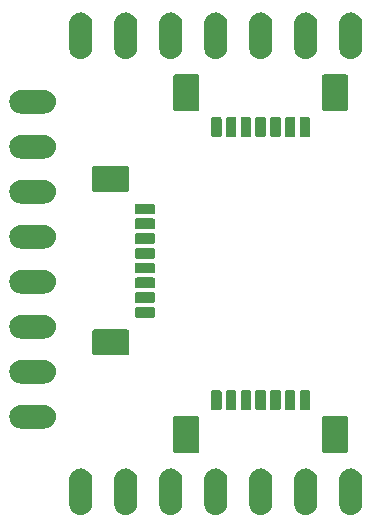
<source format=gbr>
G04 #@! TF.GenerationSoftware,KiCad,Pcbnew,5.1.5-5.1.5*
G04 #@! TF.CreationDate,2020-09-02T20:46:33-05:00*
G04 #@! TF.ProjectId,74HC597-Breakout,37344843-3539-4372-9d42-7265616b6f75,rev?*
G04 #@! TF.SameCoordinates,Original*
G04 #@! TF.FileFunction,Soldermask,Bot*
G04 #@! TF.FilePolarity,Negative*
%FSLAX46Y46*%
G04 Gerber Fmt 4.6, Leading zero omitted, Abs format (unit mm)*
G04 Created by KiCad (PCBNEW 5.1.5-5.1.5) date 2020-09-02 20:46:33*
%MOMM*%
%LPD*%
G04 APERTURE LIST*
%ADD10C,0.100000*%
G04 APERTURE END LIST*
D10*
G36*
X132784719Y-132678520D02*
G01*
X132973880Y-132735901D01*
X132973883Y-132735902D01*
X133066333Y-132785318D01*
X133148212Y-132829083D01*
X133301015Y-132954485D01*
X133426417Y-133107288D01*
X133519599Y-133281619D01*
X133576980Y-133470780D01*
X133591500Y-133618206D01*
X133591500Y-135621794D01*
X133576980Y-135769220D01*
X133519599Y-135958381D01*
X133426417Y-136132712D01*
X133301015Y-136285515D01*
X133148212Y-136410917D01*
X132973881Y-136504099D01*
X132784720Y-136561480D01*
X132588000Y-136580855D01*
X132391281Y-136561480D01*
X132202120Y-136504099D01*
X132027789Y-136410917D01*
X131874986Y-136285515D01*
X131749584Y-136132712D01*
X131656402Y-135958381D01*
X131599021Y-135769220D01*
X131584501Y-135621794D01*
X131584500Y-133618207D01*
X131599020Y-133470781D01*
X131656401Y-133281620D01*
X131656402Y-133281617D01*
X131705818Y-133189167D01*
X131749583Y-133107288D01*
X131874985Y-132954485D01*
X132027788Y-132829083D01*
X132202119Y-132735901D01*
X132391280Y-132678520D01*
X132588000Y-132659145D01*
X132784719Y-132678520D01*
G37*
G36*
X136594719Y-132678520D02*
G01*
X136783880Y-132735901D01*
X136783883Y-132735902D01*
X136876333Y-132785318D01*
X136958212Y-132829083D01*
X137111015Y-132954485D01*
X137236417Y-133107288D01*
X137329599Y-133281619D01*
X137386980Y-133470780D01*
X137401500Y-133618206D01*
X137401500Y-135621794D01*
X137386980Y-135769220D01*
X137329599Y-135958381D01*
X137236417Y-136132712D01*
X137111015Y-136285515D01*
X136958212Y-136410917D01*
X136783881Y-136504099D01*
X136594720Y-136561480D01*
X136398000Y-136580855D01*
X136201281Y-136561480D01*
X136012120Y-136504099D01*
X135837789Y-136410917D01*
X135684986Y-136285515D01*
X135559584Y-136132712D01*
X135466402Y-135958381D01*
X135409021Y-135769220D01*
X135394501Y-135621794D01*
X135394500Y-133618207D01*
X135409020Y-133470781D01*
X135466401Y-133281620D01*
X135466402Y-133281617D01*
X135515818Y-133189167D01*
X135559583Y-133107288D01*
X135684985Y-132954485D01*
X135837788Y-132829083D01*
X136012119Y-132735901D01*
X136201280Y-132678520D01*
X136398000Y-132659145D01*
X136594719Y-132678520D01*
G37*
G36*
X140404719Y-132678520D02*
G01*
X140593880Y-132735901D01*
X140593883Y-132735902D01*
X140686333Y-132785318D01*
X140768212Y-132829083D01*
X140921015Y-132954485D01*
X141046417Y-133107288D01*
X141139599Y-133281619D01*
X141196980Y-133470780D01*
X141211500Y-133618206D01*
X141211500Y-135621794D01*
X141196980Y-135769220D01*
X141139599Y-135958381D01*
X141046417Y-136132712D01*
X140921015Y-136285515D01*
X140768212Y-136410917D01*
X140593881Y-136504099D01*
X140404720Y-136561480D01*
X140208000Y-136580855D01*
X140011281Y-136561480D01*
X139822120Y-136504099D01*
X139647789Y-136410917D01*
X139494986Y-136285515D01*
X139369584Y-136132712D01*
X139276402Y-135958381D01*
X139219021Y-135769220D01*
X139204501Y-135621794D01*
X139204500Y-133618207D01*
X139219020Y-133470781D01*
X139276401Y-133281620D01*
X139276402Y-133281617D01*
X139325818Y-133189167D01*
X139369583Y-133107288D01*
X139494985Y-132954485D01*
X139647788Y-132829083D01*
X139822119Y-132735901D01*
X140011280Y-132678520D01*
X140208000Y-132659145D01*
X140404719Y-132678520D01*
G37*
G36*
X144214719Y-132678520D02*
G01*
X144403880Y-132735901D01*
X144403883Y-132735902D01*
X144496333Y-132785318D01*
X144578212Y-132829083D01*
X144731015Y-132954485D01*
X144856417Y-133107288D01*
X144949599Y-133281619D01*
X145006980Y-133470780D01*
X145021500Y-133618206D01*
X145021500Y-135621794D01*
X145006980Y-135769220D01*
X144949599Y-135958381D01*
X144856417Y-136132712D01*
X144731015Y-136285515D01*
X144578212Y-136410917D01*
X144403881Y-136504099D01*
X144214720Y-136561480D01*
X144018000Y-136580855D01*
X143821281Y-136561480D01*
X143632120Y-136504099D01*
X143457789Y-136410917D01*
X143304986Y-136285515D01*
X143179584Y-136132712D01*
X143086402Y-135958381D01*
X143029021Y-135769220D01*
X143014501Y-135621794D01*
X143014500Y-133618207D01*
X143029020Y-133470781D01*
X143086401Y-133281620D01*
X143086402Y-133281617D01*
X143135818Y-133189167D01*
X143179583Y-133107288D01*
X143304985Y-132954485D01*
X143457788Y-132829083D01*
X143632119Y-132735901D01*
X143821280Y-132678520D01*
X144018000Y-132659145D01*
X144214719Y-132678520D01*
G37*
G36*
X151834719Y-132678520D02*
G01*
X152023880Y-132735901D01*
X152023883Y-132735902D01*
X152116333Y-132785318D01*
X152198212Y-132829083D01*
X152351015Y-132954485D01*
X152476417Y-133107288D01*
X152569599Y-133281619D01*
X152626980Y-133470780D01*
X152641500Y-133618206D01*
X152641500Y-135621794D01*
X152626980Y-135769220D01*
X152569599Y-135958381D01*
X152476417Y-136132712D01*
X152351015Y-136285515D01*
X152198212Y-136410917D01*
X152023881Y-136504099D01*
X151834720Y-136561480D01*
X151638000Y-136580855D01*
X151441281Y-136561480D01*
X151252120Y-136504099D01*
X151077789Y-136410917D01*
X150924986Y-136285515D01*
X150799584Y-136132712D01*
X150706402Y-135958381D01*
X150649021Y-135769220D01*
X150634501Y-135621794D01*
X150634500Y-133618207D01*
X150649020Y-133470781D01*
X150706401Y-133281620D01*
X150706402Y-133281617D01*
X150755818Y-133189167D01*
X150799583Y-133107288D01*
X150924985Y-132954485D01*
X151077788Y-132829083D01*
X151252119Y-132735901D01*
X151441280Y-132678520D01*
X151638000Y-132659145D01*
X151834719Y-132678520D01*
G37*
G36*
X155644719Y-132678520D02*
G01*
X155833880Y-132735901D01*
X155833883Y-132735902D01*
X155926333Y-132785318D01*
X156008212Y-132829083D01*
X156161015Y-132954485D01*
X156286417Y-133107288D01*
X156379599Y-133281619D01*
X156436980Y-133470780D01*
X156451500Y-133618206D01*
X156451500Y-135621794D01*
X156436980Y-135769220D01*
X156379599Y-135958381D01*
X156286417Y-136132712D01*
X156161015Y-136285515D01*
X156008212Y-136410917D01*
X155833881Y-136504099D01*
X155644720Y-136561480D01*
X155448000Y-136580855D01*
X155251281Y-136561480D01*
X155062120Y-136504099D01*
X154887789Y-136410917D01*
X154734986Y-136285515D01*
X154609584Y-136132712D01*
X154516402Y-135958381D01*
X154459021Y-135769220D01*
X154444501Y-135621794D01*
X154444500Y-133618207D01*
X154459020Y-133470781D01*
X154516401Y-133281620D01*
X154516402Y-133281617D01*
X154565818Y-133189167D01*
X154609583Y-133107288D01*
X154734985Y-132954485D01*
X154887788Y-132829083D01*
X155062119Y-132735901D01*
X155251280Y-132678520D01*
X155448000Y-132659145D01*
X155644719Y-132678520D01*
G37*
G36*
X148024719Y-132678520D02*
G01*
X148213880Y-132735901D01*
X148213883Y-132735902D01*
X148306333Y-132785318D01*
X148388212Y-132829083D01*
X148541015Y-132954485D01*
X148666417Y-133107288D01*
X148759599Y-133281619D01*
X148816980Y-133470780D01*
X148831500Y-133618206D01*
X148831500Y-135621794D01*
X148816980Y-135769220D01*
X148759599Y-135958381D01*
X148666417Y-136132712D01*
X148541015Y-136285515D01*
X148388212Y-136410917D01*
X148213881Y-136504099D01*
X148024720Y-136561480D01*
X147828000Y-136580855D01*
X147631281Y-136561480D01*
X147442120Y-136504099D01*
X147267789Y-136410917D01*
X147114986Y-136285515D01*
X146989584Y-136132712D01*
X146896402Y-135958381D01*
X146839021Y-135769220D01*
X146824501Y-135621794D01*
X146824500Y-133618207D01*
X146839020Y-133470781D01*
X146896401Y-133281620D01*
X146896402Y-133281617D01*
X146945818Y-133189167D01*
X146989583Y-133107288D01*
X147114985Y-132954485D01*
X147267788Y-132829083D01*
X147442119Y-132735901D01*
X147631280Y-132678520D01*
X147828000Y-132659145D01*
X148024719Y-132678520D01*
G37*
G36*
X155094536Y-128238800D02*
G01*
X155125738Y-128248265D01*
X155154486Y-128263631D01*
X155179687Y-128284313D01*
X155200369Y-128309514D01*
X155215735Y-128338262D01*
X155225200Y-128369464D01*
X155229000Y-128408046D01*
X155229000Y-131163954D01*
X155225200Y-131202536D01*
X155215735Y-131233738D01*
X155200369Y-131262486D01*
X155179687Y-131287687D01*
X155154486Y-131308369D01*
X155125738Y-131323735D01*
X155094536Y-131333200D01*
X155055954Y-131337000D01*
X153200046Y-131337000D01*
X153161464Y-131333200D01*
X153130262Y-131323735D01*
X153101514Y-131308369D01*
X153076313Y-131287687D01*
X153055631Y-131262486D01*
X153040265Y-131233738D01*
X153030800Y-131202536D01*
X153027000Y-131163954D01*
X153027000Y-128408046D01*
X153030800Y-128369464D01*
X153040265Y-128338262D01*
X153055631Y-128309514D01*
X153076313Y-128284313D01*
X153101514Y-128263631D01*
X153130262Y-128248265D01*
X153161464Y-128238800D01*
X153200046Y-128235000D01*
X155055954Y-128235000D01*
X155094536Y-128238800D01*
G37*
G36*
X142494536Y-128238800D02*
G01*
X142525738Y-128248265D01*
X142554486Y-128263631D01*
X142579687Y-128284313D01*
X142600369Y-128309514D01*
X142615735Y-128338262D01*
X142625200Y-128369464D01*
X142629000Y-128408046D01*
X142629000Y-131163954D01*
X142625200Y-131202536D01*
X142615735Y-131233738D01*
X142600369Y-131262486D01*
X142579687Y-131287687D01*
X142554486Y-131308369D01*
X142525738Y-131323735D01*
X142494536Y-131333200D01*
X142455954Y-131337000D01*
X140600046Y-131337000D01*
X140561464Y-131333200D01*
X140530262Y-131323735D01*
X140501514Y-131308369D01*
X140476313Y-131287687D01*
X140455631Y-131262486D01*
X140440265Y-131233738D01*
X140430800Y-131202536D01*
X140427000Y-131163954D01*
X140427000Y-128408046D01*
X140430800Y-128369464D01*
X140440265Y-128338262D01*
X140455631Y-128309514D01*
X140476313Y-128284313D01*
X140501514Y-128263631D01*
X140530262Y-128248265D01*
X140561464Y-128238800D01*
X140600046Y-128235000D01*
X142455954Y-128235000D01*
X142494536Y-128238800D01*
G37*
G36*
X129574936Y-127271340D02*
G01*
X129673220Y-127281020D01*
X129862381Y-127338401D01*
X130036712Y-127431583D01*
X130189515Y-127556985D01*
X130314917Y-127709788D01*
X130408099Y-127884119D01*
X130465480Y-128073280D01*
X130484855Y-128270000D01*
X130465480Y-128466720D01*
X130408099Y-128655881D01*
X130314917Y-128830212D01*
X130189515Y-128983015D01*
X130036712Y-129108417D01*
X129862381Y-129201599D01*
X129673220Y-129258980D01*
X129574936Y-129268660D01*
X129525795Y-129273500D01*
X127522205Y-129273500D01*
X127473064Y-129268660D01*
X127374780Y-129258980D01*
X127185619Y-129201599D01*
X127011288Y-129108417D01*
X126858485Y-128983015D01*
X126733083Y-128830212D01*
X126639901Y-128655881D01*
X126582520Y-128466720D01*
X126563145Y-128270000D01*
X126582520Y-128073280D01*
X126639901Y-127884119D01*
X126733083Y-127709788D01*
X126858485Y-127556985D01*
X127011288Y-127431583D01*
X127185619Y-127338401D01*
X127374780Y-127281020D01*
X127473064Y-127271340D01*
X127522205Y-127266500D01*
X129525795Y-127266500D01*
X129574936Y-127271340D01*
G37*
G36*
X145647683Y-126038725D02*
G01*
X145678143Y-126047966D01*
X145706223Y-126062974D01*
X145730831Y-126083169D01*
X145751026Y-126107777D01*
X145766034Y-126135857D01*
X145775275Y-126166317D01*
X145779000Y-126204140D01*
X145779000Y-127567860D01*
X145775275Y-127605683D01*
X145766034Y-127636143D01*
X145751026Y-127664223D01*
X145730831Y-127688831D01*
X145706223Y-127709026D01*
X145678143Y-127724034D01*
X145647683Y-127733275D01*
X145609860Y-127737000D01*
X145046140Y-127737000D01*
X145008317Y-127733275D01*
X144977857Y-127724034D01*
X144949777Y-127709026D01*
X144925169Y-127688831D01*
X144904974Y-127664223D01*
X144889966Y-127636143D01*
X144880725Y-127605683D01*
X144877000Y-127567860D01*
X144877000Y-126204140D01*
X144880725Y-126166317D01*
X144889966Y-126135857D01*
X144904974Y-126107777D01*
X144925169Y-126083169D01*
X144949777Y-126062974D01*
X144977857Y-126047966D01*
X145008317Y-126038725D01*
X145046140Y-126035000D01*
X145609860Y-126035000D01*
X145647683Y-126038725D01*
G37*
G36*
X144397683Y-126038725D02*
G01*
X144428143Y-126047966D01*
X144456223Y-126062974D01*
X144480831Y-126083169D01*
X144501026Y-126107777D01*
X144516034Y-126135857D01*
X144525275Y-126166317D01*
X144529000Y-126204140D01*
X144529000Y-127567860D01*
X144525275Y-127605683D01*
X144516034Y-127636143D01*
X144501026Y-127664223D01*
X144480831Y-127688831D01*
X144456223Y-127709026D01*
X144428143Y-127724034D01*
X144397683Y-127733275D01*
X144359860Y-127737000D01*
X143796140Y-127737000D01*
X143758317Y-127733275D01*
X143727857Y-127724034D01*
X143699777Y-127709026D01*
X143675169Y-127688831D01*
X143654974Y-127664223D01*
X143639966Y-127636143D01*
X143630725Y-127605683D01*
X143627000Y-127567860D01*
X143627000Y-126204140D01*
X143630725Y-126166317D01*
X143639966Y-126135857D01*
X143654974Y-126107777D01*
X143675169Y-126083169D01*
X143699777Y-126062974D01*
X143727857Y-126047966D01*
X143758317Y-126038725D01*
X143796140Y-126035000D01*
X144359860Y-126035000D01*
X144397683Y-126038725D01*
G37*
G36*
X146897683Y-126038725D02*
G01*
X146928143Y-126047966D01*
X146956223Y-126062974D01*
X146980831Y-126083169D01*
X147001026Y-126107777D01*
X147016034Y-126135857D01*
X147025275Y-126166317D01*
X147029000Y-126204140D01*
X147029000Y-127567860D01*
X147025275Y-127605683D01*
X147016034Y-127636143D01*
X147001026Y-127664223D01*
X146980831Y-127688831D01*
X146956223Y-127709026D01*
X146928143Y-127724034D01*
X146897683Y-127733275D01*
X146859860Y-127737000D01*
X146296140Y-127737000D01*
X146258317Y-127733275D01*
X146227857Y-127724034D01*
X146199777Y-127709026D01*
X146175169Y-127688831D01*
X146154974Y-127664223D01*
X146139966Y-127636143D01*
X146130725Y-127605683D01*
X146127000Y-127567860D01*
X146127000Y-126204140D01*
X146130725Y-126166317D01*
X146139966Y-126135857D01*
X146154974Y-126107777D01*
X146175169Y-126083169D01*
X146199777Y-126062974D01*
X146227857Y-126047966D01*
X146258317Y-126038725D01*
X146296140Y-126035000D01*
X146859860Y-126035000D01*
X146897683Y-126038725D01*
G37*
G36*
X148147683Y-126038725D02*
G01*
X148178143Y-126047966D01*
X148206223Y-126062974D01*
X148230831Y-126083169D01*
X148251026Y-126107777D01*
X148266034Y-126135857D01*
X148275275Y-126166317D01*
X148279000Y-126204140D01*
X148279000Y-127567860D01*
X148275275Y-127605683D01*
X148266034Y-127636143D01*
X148251026Y-127664223D01*
X148230831Y-127688831D01*
X148206223Y-127709026D01*
X148178143Y-127724034D01*
X148147683Y-127733275D01*
X148109860Y-127737000D01*
X147546140Y-127737000D01*
X147508317Y-127733275D01*
X147477857Y-127724034D01*
X147449777Y-127709026D01*
X147425169Y-127688831D01*
X147404974Y-127664223D01*
X147389966Y-127636143D01*
X147380725Y-127605683D01*
X147377000Y-127567860D01*
X147377000Y-126204140D01*
X147380725Y-126166317D01*
X147389966Y-126135857D01*
X147404974Y-126107777D01*
X147425169Y-126083169D01*
X147449777Y-126062974D01*
X147477857Y-126047966D01*
X147508317Y-126038725D01*
X147546140Y-126035000D01*
X148109860Y-126035000D01*
X148147683Y-126038725D01*
G37*
G36*
X149397683Y-126038725D02*
G01*
X149428143Y-126047966D01*
X149456223Y-126062974D01*
X149480831Y-126083169D01*
X149501026Y-126107777D01*
X149516034Y-126135857D01*
X149525275Y-126166317D01*
X149529000Y-126204140D01*
X149529000Y-127567860D01*
X149525275Y-127605683D01*
X149516034Y-127636143D01*
X149501026Y-127664223D01*
X149480831Y-127688831D01*
X149456223Y-127709026D01*
X149428143Y-127724034D01*
X149397683Y-127733275D01*
X149359860Y-127737000D01*
X148796140Y-127737000D01*
X148758317Y-127733275D01*
X148727857Y-127724034D01*
X148699777Y-127709026D01*
X148675169Y-127688831D01*
X148654974Y-127664223D01*
X148639966Y-127636143D01*
X148630725Y-127605683D01*
X148627000Y-127567860D01*
X148627000Y-126204140D01*
X148630725Y-126166317D01*
X148639966Y-126135857D01*
X148654974Y-126107777D01*
X148675169Y-126083169D01*
X148699777Y-126062974D01*
X148727857Y-126047966D01*
X148758317Y-126038725D01*
X148796140Y-126035000D01*
X149359860Y-126035000D01*
X149397683Y-126038725D01*
G37*
G36*
X150647683Y-126038725D02*
G01*
X150678143Y-126047966D01*
X150706223Y-126062974D01*
X150730831Y-126083169D01*
X150751026Y-126107777D01*
X150766034Y-126135857D01*
X150775275Y-126166317D01*
X150779000Y-126204140D01*
X150779000Y-127567860D01*
X150775275Y-127605683D01*
X150766034Y-127636143D01*
X150751026Y-127664223D01*
X150730831Y-127688831D01*
X150706223Y-127709026D01*
X150678143Y-127724034D01*
X150647683Y-127733275D01*
X150609860Y-127737000D01*
X150046140Y-127737000D01*
X150008317Y-127733275D01*
X149977857Y-127724034D01*
X149949777Y-127709026D01*
X149925169Y-127688831D01*
X149904974Y-127664223D01*
X149889966Y-127636143D01*
X149880725Y-127605683D01*
X149877000Y-127567860D01*
X149877000Y-126204140D01*
X149880725Y-126166317D01*
X149889966Y-126135857D01*
X149904974Y-126107777D01*
X149925169Y-126083169D01*
X149949777Y-126062974D01*
X149977857Y-126047966D01*
X150008317Y-126038725D01*
X150046140Y-126035000D01*
X150609860Y-126035000D01*
X150647683Y-126038725D01*
G37*
G36*
X151897683Y-126038725D02*
G01*
X151928143Y-126047966D01*
X151956223Y-126062974D01*
X151980831Y-126083169D01*
X152001026Y-126107777D01*
X152016034Y-126135857D01*
X152025275Y-126166317D01*
X152029000Y-126204140D01*
X152029000Y-127567860D01*
X152025275Y-127605683D01*
X152016034Y-127636143D01*
X152001026Y-127664223D01*
X151980831Y-127688831D01*
X151956223Y-127709026D01*
X151928143Y-127724034D01*
X151897683Y-127733275D01*
X151859860Y-127737000D01*
X151296140Y-127737000D01*
X151258317Y-127733275D01*
X151227857Y-127724034D01*
X151199777Y-127709026D01*
X151175169Y-127688831D01*
X151154974Y-127664223D01*
X151139966Y-127636143D01*
X151130725Y-127605683D01*
X151127000Y-127567860D01*
X151127000Y-126204140D01*
X151130725Y-126166317D01*
X151139966Y-126135857D01*
X151154974Y-126107777D01*
X151175169Y-126083169D01*
X151199777Y-126062974D01*
X151227857Y-126047966D01*
X151258317Y-126038725D01*
X151296140Y-126035000D01*
X151859860Y-126035000D01*
X151897683Y-126038725D01*
G37*
G36*
X129574936Y-123461340D02*
G01*
X129673220Y-123471020D01*
X129862381Y-123528401D01*
X130036712Y-123621583D01*
X130189515Y-123746985D01*
X130314917Y-123899788D01*
X130408099Y-124074119D01*
X130465480Y-124263280D01*
X130484855Y-124460000D01*
X130465480Y-124656720D01*
X130408099Y-124845881D01*
X130314917Y-125020212D01*
X130189515Y-125173015D01*
X130036712Y-125298417D01*
X129862381Y-125391599D01*
X129673220Y-125448980D01*
X129574936Y-125458660D01*
X129525795Y-125463500D01*
X127522205Y-125463500D01*
X127473064Y-125458660D01*
X127374780Y-125448980D01*
X127185619Y-125391599D01*
X127011288Y-125298417D01*
X126858485Y-125173015D01*
X126733083Y-125020212D01*
X126639901Y-124845881D01*
X126582520Y-124656720D01*
X126563145Y-124460000D01*
X126582520Y-124263280D01*
X126639901Y-124074119D01*
X126733083Y-123899788D01*
X126858485Y-123746985D01*
X127011288Y-123621583D01*
X127185619Y-123528401D01*
X127374780Y-123471020D01*
X127473064Y-123461340D01*
X127522205Y-123456500D01*
X129525795Y-123456500D01*
X129574936Y-123461340D01*
G37*
G36*
X136552536Y-120889800D02*
G01*
X136583738Y-120899265D01*
X136612486Y-120914631D01*
X136637687Y-120935313D01*
X136658369Y-120960514D01*
X136673735Y-120989262D01*
X136683200Y-121020464D01*
X136687000Y-121059046D01*
X136687000Y-122914954D01*
X136683200Y-122953536D01*
X136673735Y-122984738D01*
X136658369Y-123013486D01*
X136637687Y-123038687D01*
X136612486Y-123059369D01*
X136583738Y-123074735D01*
X136552536Y-123084200D01*
X136513954Y-123088000D01*
X133758046Y-123088000D01*
X133719464Y-123084200D01*
X133688262Y-123074735D01*
X133659514Y-123059369D01*
X133634313Y-123038687D01*
X133613631Y-123013486D01*
X133598265Y-122984738D01*
X133588800Y-122953536D01*
X133585000Y-122914954D01*
X133585000Y-121059046D01*
X133588800Y-121020464D01*
X133598265Y-120989262D01*
X133613631Y-120960514D01*
X133634313Y-120935313D01*
X133659514Y-120914631D01*
X133688262Y-120899265D01*
X133719464Y-120889800D01*
X133758046Y-120886000D01*
X136513954Y-120886000D01*
X136552536Y-120889800D01*
G37*
G36*
X129574936Y-119651340D02*
G01*
X129673220Y-119661020D01*
X129862381Y-119718401D01*
X130036712Y-119811583D01*
X130189515Y-119936985D01*
X130314917Y-120089788D01*
X130408099Y-120264119D01*
X130465480Y-120453280D01*
X130484855Y-120650000D01*
X130465480Y-120846720D01*
X130408099Y-121035881D01*
X130314917Y-121210212D01*
X130189515Y-121363015D01*
X130036712Y-121488417D01*
X129862381Y-121581599D01*
X129673220Y-121638980D01*
X129574936Y-121648660D01*
X129525795Y-121653500D01*
X127522205Y-121653500D01*
X127473064Y-121648660D01*
X127374780Y-121638980D01*
X127185619Y-121581599D01*
X127011288Y-121488417D01*
X126858485Y-121363015D01*
X126733083Y-121210212D01*
X126639901Y-121035881D01*
X126582520Y-120846720D01*
X126563145Y-120650000D01*
X126582520Y-120453280D01*
X126639901Y-120264119D01*
X126733083Y-120089788D01*
X126858485Y-119936985D01*
X127011288Y-119811583D01*
X127185619Y-119718401D01*
X127374780Y-119661020D01*
X127473064Y-119651340D01*
X127522205Y-119646500D01*
X129525795Y-119646500D01*
X129574936Y-119651340D01*
G37*
G36*
X138755683Y-118989725D02*
G01*
X138786143Y-118998966D01*
X138814223Y-119013974D01*
X138838831Y-119034169D01*
X138859026Y-119058777D01*
X138874034Y-119086857D01*
X138883275Y-119117317D01*
X138887000Y-119155140D01*
X138887000Y-119718860D01*
X138883275Y-119756683D01*
X138874034Y-119787143D01*
X138859026Y-119815223D01*
X138838831Y-119839831D01*
X138814223Y-119860026D01*
X138786143Y-119875034D01*
X138755683Y-119884275D01*
X138717860Y-119888000D01*
X137354140Y-119888000D01*
X137316317Y-119884275D01*
X137285857Y-119875034D01*
X137257777Y-119860026D01*
X137233169Y-119839831D01*
X137212974Y-119815223D01*
X137197966Y-119787143D01*
X137188725Y-119756683D01*
X137185000Y-119718860D01*
X137185000Y-119155140D01*
X137188725Y-119117317D01*
X137197966Y-119086857D01*
X137212974Y-119058777D01*
X137233169Y-119034169D01*
X137257777Y-119013974D01*
X137285857Y-118998966D01*
X137316317Y-118989725D01*
X137354140Y-118986000D01*
X138717860Y-118986000D01*
X138755683Y-118989725D01*
G37*
G36*
X138755683Y-117739725D02*
G01*
X138786143Y-117748966D01*
X138814223Y-117763974D01*
X138838831Y-117784169D01*
X138859026Y-117808777D01*
X138874034Y-117836857D01*
X138883275Y-117867317D01*
X138887000Y-117905140D01*
X138887000Y-118468860D01*
X138883275Y-118506683D01*
X138874034Y-118537143D01*
X138859026Y-118565223D01*
X138838831Y-118589831D01*
X138814223Y-118610026D01*
X138786143Y-118625034D01*
X138755683Y-118634275D01*
X138717860Y-118638000D01*
X137354140Y-118638000D01*
X137316317Y-118634275D01*
X137285857Y-118625034D01*
X137257777Y-118610026D01*
X137233169Y-118589831D01*
X137212974Y-118565223D01*
X137197966Y-118537143D01*
X137188725Y-118506683D01*
X137185000Y-118468860D01*
X137185000Y-117905140D01*
X137188725Y-117867317D01*
X137197966Y-117836857D01*
X137212974Y-117808777D01*
X137233169Y-117784169D01*
X137257777Y-117763974D01*
X137285857Y-117748966D01*
X137316317Y-117739725D01*
X137354140Y-117736000D01*
X138717860Y-117736000D01*
X138755683Y-117739725D01*
G37*
G36*
X129574936Y-115841340D02*
G01*
X129673220Y-115851020D01*
X129862381Y-115908401D01*
X130036712Y-116001583D01*
X130189515Y-116126985D01*
X130314917Y-116279788D01*
X130408099Y-116454119D01*
X130465480Y-116643280D01*
X130484855Y-116840000D01*
X130465480Y-117036720D01*
X130408099Y-117225881D01*
X130314917Y-117400212D01*
X130189515Y-117553015D01*
X130036712Y-117678417D01*
X129862381Y-117771599D01*
X129673220Y-117828980D01*
X129599720Y-117836219D01*
X129525795Y-117843500D01*
X127522205Y-117843500D01*
X127448280Y-117836219D01*
X127374780Y-117828980D01*
X127185619Y-117771599D01*
X127011288Y-117678417D01*
X126858485Y-117553015D01*
X126733083Y-117400212D01*
X126639901Y-117225881D01*
X126582520Y-117036720D01*
X126563145Y-116840000D01*
X126582520Y-116643280D01*
X126639901Y-116454119D01*
X126733083Y-116279788D01*
X126858485Y-116126985D01*
X127011288Y-116001583D01*
X127185619Y-115908401D01*
X127374780Y-115851020D01*
X127473064Y-115841340D01*
X127522205Y-115836500D01*
X129525795Y-115836500D01*
X129574936Y-115841340D01*
G37*
G36*
X138755683Y-116489725D02*
G01*
X138786143Y-116498966D01*
X138814223Y-116513974D01*
X138838831Y-116534169D01*
X138859026Y-116558777D01*
X138874034Y-116586857D01*
X138883275Y-116617317D01*
X138887000Y-116655140D01*
X138887000Y-117218860D01*
X138883275Y-117256683D01*
X138874034Y-117287143D01*
X138859026Y-117315223D01*
X138838831Y-117339831D01*
X138814223Y-117360026D01*
X138786143Y-117375034D01*
X138755683Y-117384275D01*
X138717860Y-117388000D01*
X137354140Y-117388000D01*
X137316317Y-117384275D01*
X137285857Y-117375034D01*
X137257777Y-117360026D01*
X137233169Y-117339831D01*
X137212974Y-117315223D01*
X137197966Y-117287143D01*
X137188725Y-117256683D01*
X137185000Y-117218860D01*
X137185000Y-116655140D01*
X137188725Y-116617317D01*
X137197966Y-116586857D01*
X137212974Y-116558777D01*
X137233169Y-116534169D01*
X137257777Y-116513974D01*
X137285857Y-116498966D01*
X137316317Y-116489725D01*
X137354140Y-116486000D01*
X138717860Y-116486000D01*
X138755683Y-116489725D01*
G37*
G36*
X138755683Y-115239725D02*
G01*
X138786143Y-115248966D01*
X138814223Y-115263974D01*
X138838831Y-115284169D01*
X138859026Y-115308777D01*
X138874034Y-115336857D01*
X138883275Y-115367317D01*
X138887000Y-115405140D01*
X138887000Y-115968860D01*
X138883275Y-116006683D01*
X138874034Y-116037143D01*
X138859026Y-116065223D01*
X138838831Y-116089831D01*
X138814223Y-116110026D01*
X138786143Y-116125034D01*
X138755683Y-116134275D01*
X138717860Y-116138000D01*
X137354140Y-116138000D01*
X137316317Y-116134275D01*
X137285857Y-116125034D01*
X137257777Y-116110026D01*
X137233169Y-116089831D01*
X137212974Y-116065223D01*
X137197966Y-116037143D01*
X137188725Y-116006683D01*
X137185000Y-115968860D01*
X137185000Y-115405140D01*
X137188725Y-115367317D01*
X137197966Y-115336857D01*
X137212974Y-115308777D01*
X137233169Y-115284169D01*
X137257777Y-115263974D01*
X137285857Y-115248966D01*
X137316317Y-115239725D01*
X137354140Y-115236000D01*
X138717860Y-115236000D01*
X138755683Y-115239725D01*
G37*
G36*
X138755683Y-113989725D02*
G01*
X138786143Y-113998966D01*
X138814223Y-114013974D01*
X138838831Y-114034169D01*
X138859026Y-114058777D01*
X138874034Y-114086857D01*
X138883275Y-114117317D01*
X138887000Y-114155140D01*
X138887000Y-114718860D01*
X138883275Y-114756683D01*
X138874034Y-114787143D01*
X138859026Y-114815223D01*
X138838831Y-114839831D01*
X138814223Y-114860026D01*
X138786143Y-114875034D01*
X138755683Y-114884275D01*
X138717860Y-114888000D01*
X137354140Y-114888000D01*
X137316317Y-114884275D01*
X137285857Y-114875034D01*
X137257777Y-114860026D01*
X137233169Y-114839831D01*
X137212974Y-114815223D01*
X137197966Y-114787143D01*
X137188725Y-114756683D01*
X137185000Y-114718860D01*
X137185000Y-114155140D01*
X137188725Y-114117317D01*
X137197966Y-114086857D01*
X137212974Y-114058777D01*
X137233169Y-114034169D01*
X137257777Y-114013974D01*
X137285857Y-113998966D01*
X137316317Y-113989725D01*
X137354140Y-113986000D01*
X138717860Y-113986000D01*
X138755683Y-113989725D01*
G37*
G36*
X129574936Y-112031340D02*
G01*
X129673220Y-112041020D01*
X129862381Y-112098401D01*
X130036712Y-112191583D01*
X130189515Y-112316985D01*
X130314917Y-112469788D01*
X130408099Y-112644119D01*
X130465480Y-112833280D01*
X130484855Y-113030000D01*
X130465480Y-113226720D01*
X130408099Y-113415881D01*
X130314917Y-113590212D01*
X130189515Y-113743015D01*
X130036712Y-113868417D01*
X129862381Y-113961599D01*
X129673220Y-114018980D01*
X129574936Y-114028660D01*
X129525795Y-114033500D01*
X127522205Y-114033500D01*
X127473064Y-114028660D01*
X127374780Y-114018980D01*
X127185619Y-113961599D01*
X127011288Y-113868417D01*
X126858485Y-113743015D01*
X126733083Y-113590212D01*
X126639901Y-113415881D01*
X126582520Y-113226720D01*
X126563145Y-113030000D01*
X126582520Y-112833280D01*
X126639901Y-112644119D01*
X126733083Y-112469788D01*
X126858485Y-112316985D01*
X127011288Y-112191583D01*
X127185619Y-112098401D01*
X127374780Y-112041020D01*
X127473064Y-112031340D01*
X127522205Y-112026500D01*
X129525795Y-112026500D01*
X129574936Y-112031340D01*
G37*
G36*
X138755683Y-112739725D02*
G01*
X138786143Y-112748966D01*
X138814223Y-112763974D01*
X138838831Y-112784169D01*
X138859025Y-112808776D01*
X138874034Y-112836857D01*
X138883275Y-112867317D01*
X138887000Y-112905140D01*
X138887000Y-113468860D01*
X138883275Y-113506683D01*
X138874034Y-113537143D01*
X138859026Y-113565223D01*
X138838831Y-113589831D01*
X138814223Y-113610026D01*
X138786143Y-113625034D01*
X138755683Y-113634275D01*
X138717860Y-113638000D01*
X137354140Y-113638000D01*
X137316317Y-113634275D01*
X137285857Y-113625034D01*
X137257777Y-113610026D01*
X137233169Y-113589831D01*
X137212974Y-113565223D01*
X137197966Y-113537143D01*
X137188725Y-113506683D01*
X137185000Y-113468860D01*
X137185000Y-112905140D01*
X137188725Y-112867317D01*
X137197966Y-112836857D01*
X137212975Y-112808776D01*
X137233169Y-112784169D01*
X137257777Y-112763974D01*
X137285857Y-112748966D01*
X137316317Y-112739725D01*
X137354140Y-112736000D01*
X138717860Y-112736000D01*
X138755683Y-112739725D01*
G37*
G36*
X138755683Y-111489725D02*
G01*
X138786143Y-111498966D01*
X138814223Y-111513974D01*
X138838831Y-111534169D01*
X138859026Y-111558777D01*
X138874034Y-111586857D01*
X138883275Y-111617317D01*
X138887000Y-111655140D01*
X138887000Y-112218860D01*
X138883275Y-112256683D01*
X138874034Y-112287143D01*
X138859026Y-112315223D01*
X138838831Y-112339831D01*
X138814223Y-112360026D01*
X138786143Y-112375034D01*
X138755683Y-112384275D01*
X138717860Y-112388000D01*
X137354140Y-112388000D01*
X137316317Y-112384275D01*
X137285857Y-112375034D01*
X137257777Y-112360026D01*
X137233169Y-112339831D01*
X137212974Y-112315223D01*
X137197966Y-112287143D01*
X137188725Y-112256683D01*
X137185000Y-112218860D01*
X137185000Y-111655140D01*
X137188725Y-111617317D01*
X137197966Y-111586857D01*
X137212974Y-111558777D01*
X137233169Y-111534169D01*
X137257777Y-111513974D01*
X137285857Y-111498966D01*
X137316317Y-111489725D01*
X137354140Y-111486000D01*
X138717860Y-111486000D01*
X138755683Y-111489725D01*
G37*
G36*
X138755683Y-110239725D02*
G01*
X138786143Y-110248966D01*
X138814223Y-110263974D01*
X138838831Y-110284169D01*
X138859026Y-110308777D01*
X138874034Y-110336857D01*
X138883275Y-110367317D01*
X138887000Y-110405140D01*
X138887000Y-110968860D01*
X138883275Y-111006683D01*
X138874034Y-111037143D01*
X138859026Y-111065223D01*
X138838831Y-111089831D01*
X138814223Y-111110026D01*
X138786143Y-111125034D01*
X138755683Y-111134275D01*
X138717860Y-111138000D01*
X137354140Y-111138000D01*
X137316317Y-111134275D01*
X137285857Y-111125034D01*
X137257777Y-111110026D01*
X137233169Y-111089831D01*
X137212974Y-111065223D01*
X137197966Y-111037143D01*
X137188725Y-111006683D01*
X137185000Y-110968860D01*
X137185000Y-110405140D01*
X137188725Y-110367317D01*
X137197966Y-110336857D01*
X137212974Y-110308777D01*
X137233169Y-110284169D01*
X137257777Y-110263974D01*
X137285857Y-110248966D01*
X137316317Y-110239725D01*
X137354140Y-110236000D01*
X138717860Y-110236000D01*
X138755683Y-110239725D01*
G37*
G36*
X129574936Y-108221340D02*
G01*
X129673220Y-108231020D01*
X129862381Y-108288401D01*
X130036712Y-108381583D01*
X130189515Y-108506985D01*
X130314917Y-108659788D01*
X130408099Y-108834119D01*
X130465480Y-109023280D01*
X130484855Y-109220000D01*
X130465480Y-109416720D01*
X130408099Y-109605881D01*
X130314917Y-109780212D01*
X130189515Y-109933015D01*
X130036712Y-110058417D01*
X129862381Y-110151599D01*
X129673220Y-110208980D01*
X129574936Y-110218660D01*
X129525795Y-110223500D01*
X127522205Y-110223500D01*
X127473064Y-110218660D01*
X127374780Y-110208980D01*
X127185619Y-110151599D01*
X127011288Y-110058417D01*
X126858485Y-109933015D01*
X126733083Y-109780212D01*
X126639901Y-109605881D01*
X126582520Y-109416720D01*
X126563145Y-109220000D01*
X126582520Y-109023280D01*
X126639901Y-108834119D01*
X126733083Y-108659788D01*
X126858485Y-108506985D01*
X127011288Y-108381583D01*
X127185619Y-108288401D01*
X127374780Y-108231020D01*
X127473064Y-108221340D01*
X127522205Y-108216500D01*
X129525795Y-108216500D01*
X129574936Y-108221340D01*
G37*
G36*
X136552536Y-107039800D02*
G01*
X136583738Y-107049265D01*
X136612486Y-107064631D01*
X136637687Y-107085313D01*
X136658369Y-107110514D01*
X136673735Y-107139262D01*
X136683200Y-107170464D01*
X136687000Y-107209046D01*
X136687000Y-109064954D01*
X136683200Y-109103536D01*
X136673735Y-109134738D01*
X136658369Y-109163486D01*
X136637687Y-109188687D01*
X136612486Y-109209369D01*
X136583738Y-109224735D01*
X136552536Y-109234200D01*
X136513954Y-109238000D01*
X133758046Y-109238000D01*
X133719464Y-109234200D01*
X133688262Y-109224735D01*
X133659514Y-109209369D01*
X133634313Y-109188687D01*
X133613631Y-109163486D01*
X133598265Y-109134738D01*
X133588800Y-109103536D01*
X133585000Y-109064954D01*
X133585000Y-107209046D01*
X133588800Y-107170464D01*
X133598265Y-107139262D01*
X133613631Y-107110514D01*
X133634313Y-107085313D01*
X133659514Y-107064631D01*
X133688262Y-107049265D01*
X133719464Y-107039800D01*
X133758046Y-107036000D01*
X136513954Y-107036000D01*
X136552536Y-107039800D01*
G37*
G36*
X129574936Y-104411340D02*
G01*
X129673220Y-104421020D01*
X129862381Y-104478401D01*
X130036712Y-104571583D01*
X130189515Y-104696985D01*
X130314917Y-104849788D01*
X130408099Y-105024119D01*
X130465480Y-105213280D01*
X130484855Y-105410000D01*
X130465480Y-105606720D01*
X130408099Y-105795881D01*
X130314917Y-105970212D01*
X130189515Y-106123015D01*
X130036712Y-106248417D01*
X129862381Y-106341599D01*
X129673220Y-106398980D01*
X129574936Y-106408660D01*
X129525795Y-106413500D01*
X127522205Y-106413500D01*
X127473064Y-106408660D01*
X127374780Y-106398980D01*
X127185619Y-106341599D01*
X127011288Y-106248417D01*
X126858485Y-106123015D01*
X126733083Y-105970212D01*
X126639901Y-105795881D01*
X126582520Y-105606720D01*
X126563145Y-105410000D01*
X126582520Y-105213280D01*
X126639901Y-105024119D01*
X126733083Y-104849788D01*
X126858485Y-104696985D01*
X127011288Y-104571583D01*
X127185619Y-104478401D01*
X127374780Y-104421020D01*
X127473064Y-104411340D01*
X127522205Y-104406500D01*
X129525795Y-104406500D01*
X129574936Y-104411340D01*
G37*
G36*
X150647683Y-102898725D02*
G01*
X150678143Y-102907966D01*
X150706223Y-102922974D01*
X150730831Y-102943169D01*
X150751026Y-102967777D01*
X150766034Y-102995857D01*
X150775275Y-103026317D01*
X150779000Y-103064140D01*
X150779000Y-104427860D01*
X150775275Y-104465683D01*
X150766034Y-104496143D01*
X150751026Y-104524223D01*
X150730831Y-104548831D01*
X150706223Y-104569026D01*
X150678143Y-104584034D01*
X150647683Y-104593275D01*
X150609860Y-104597000D01*
X150046140Y-104597000D01*
X150008317Y-104593275D01*
X149977857Y-104584034D01*
X149949777Y-104569026D01*
X149925169Y-104548831D01*
X149904974Y-104524223D01*
X149889966Y-104496143D01*
X149880725Y-104465683D01*
X149877000Y-104427860D01*
X149877000Y-103064140D01*
X149880725Y-103026317D01*
X149889966Y-102995857D01*
X149904974Y-102967777D01*
X149925169Y-102943169D01*
X149949777Y-102922974D01*
X149977857Y-102907966D01*
X150008317Y-102898725D01*
X150046140Y-102895000D01*
X150609860Y-102895000D01*
X150647683Y-102898725D01*
G37*
G36*
X149397683Y-102898725D02*
G01*
X149428143Y-102907966D01*
X149456223Y-102922974D01*
X149480831Y-102943169D01*
X149501026Y-102967777D01*
X149516034Y-102995857D01*
X149525275Y-103026317D01*
X149529000Y-103064140D01*
X149529000Y-104427860D01*
X149525275Y-104465683D01*
X149516034Y-104496143D01*
X149501026Y-104524223D01*
X149480831Y-104548831D01*
X149456223Y-104569026D01*
X149428143Y-104584034D01*
X149397683Y-104593275D01*
X149359860Y-104597000D01*
X148796140Y-104597000D01*
X148758317Y-104593275D01*
X148727857Y-104584034D01*
X148699777Y-104569026D01*
X148675169Y-104548831D01*
X148654974Y-104524223D01*
X148639966Y-104496143D01*
X148630725Y-104465683D01*
X148627000Y-104427860D01*
X148627000Y-103064140D01*
X148630725Y-103026317D01*
X148639966Y-102995857D01*
X148654974Y-102967777D01*
X148675169Y-102943169D01*
X148699777Y-102922974D01*
X148727857Y-102907966D01*
X148758317Y-102898725D01*
X148796140Y-102895000D01*
X149359860Y-102895000D01*
X149397683Y-102898725D01*
G37*
G36*
X151897683Y-102898725D02*
G01*
X151928143Y-102907966D01*
X151956223Y-102922974D01*
X151980831Y-102943169D01*
X152001026Y-102967777D01*
X152016034Y-102995857D01*
X152025275Y-103026317D01*
X152029000Y-103064140D01*
X152029000Y-104427860D01*
X152025275Y-104465683D01*
X152016034Y-104496143D01*
X152001026Y-104524223D01*
X151980831Y-104548831D01*
X151956223Y-104569026D01*
X151928143Y-104584034D01*
X151897683Y-104593275D01*
X151859860Y-104597000D01*
X151296140Y-104597000D01*
X151258317Y-104593275D01*
X151227857Y-104584034D01*
X151199777Y-104569026D01*
X151175169Y-104548831D01*
X151154974Y-104524223D01*
X151139966Y-104496143D01*
X151130725Y-104465683D01*
X151127000Y-104427860D01*
X151127000Y-103064140D01*
X151130725Y-103026317D01*
X151139966Y-102995857D01*
X151154974Y-102967777D01*
X151175169Y-102943169D01*
X151199777Y-102922974D01*
X151227857Y-102907966D01*
X151258317Y-102898725D01*
X151296140Y-102895000D01*
X151859860Y-102895000D01*
X151897683Y-102898725D01*
G37*
G36*
X146897683Y-102898725D02*
G01*
X146928143Y-102907966D01*
X146956223Y-102922974D01*
X146980831Y-102943169D01*
X147001026Y-102967777D01*
X147016034Y-102995857D01*
X147025275Y-103026317D01*
X147029000Y-103064140D01*
X147029000Y-104427860D01*
X147025275Y-104465683D01*
X147016034Y-104496143D01*
X147001026Y-104524223D01*
X146980831Y-104548831D01*
X146956223Y-104569026D01*
X146928143Y-104584034D01*
X146897683Y-104593275D01*
X146859860Y-104597000D01*
X146296140Y-104597000D01*
X146258317Y-104593275D01*
X146227857Y-104584034D01*
X146199777Y-104569026D01*
X146175169Y-104548831D01*
X146154974Y-104524223D01*
X146139966Y-104496143D01*
X146130725Y-104465683D01*
X146127000Y-104427860D01*
X146127000Y-103064140D01*
X146130725Y-103026317D01*
X146139966Y-102995857D01*
X146154974Y-102967777D01*
X146175169Y-102943169D01*
X146199777Y-102922974D01*
X146227857Y-102907966D01*
X146258317Y-102898725D01*
X146296140Y-102895000D01*
X146859860Y-102895000D01*
X146897683Y-102898725D01*
G37*
G36*
X145647683Y-102898725D02*
G01*
X145678143Y-102907966D01*
X145706223Y-102922974D01*
X145730831Y-102943169D01*
X145751026Y-102967777D01*
X145766034Y-102995857D01*
X145775275Y-103026317D01*
X145779000Y-103064140D01*
X145779000Y-104427860D01*
X145775275Y-104465683D01*
X145766034Y-104496143D01*
X145751026Y-104524223D01*
X145730831Y-104548831D01*
X145706223Y-104569026D01*
X145678143Y-104584034D01*
X145647683Y-104593275D01*
X145609860Y-104597000D01*
X145046140Y-104597000D01*
X145008317Y-104593275D01*
X144977857Y-104584034D01*
X144949777Y-104569026D01*
X144925169Y-104548831D01*
X144904974Y-104524223D01*
X144889966Y-104496143D01*
X144880725Y-104465683D01*
X144877000Y-104427860D01*
X144877000Y-103064140D01*
X144880725Y-103026317D01*
X144889966Y-102995857D01*
X144904974Y-102967777D01*
X144925169Y-102943169D01*
X144949777Y-102922974D01*
X144977857Y-102907966D01*
X145008317Y-102898725D01*
X145046140Y-102895000D01*
X145609860Y-102895000D01*
X145647683Y-102898725D01*
G37*
G36*
X144397683Y-102898725D02*
G01*
X144428143Y-102907966D01*
X144456223Y-102922974D01*
X144480831Y-102943169D01*
X144501026Y-102967777D01*
X144516034Y-102995857D01*
X144525275Y-103026317D01*
X144529000Y-103064140D01*
X144529000Y-104427860D01*
X144525275Y-104465683D01*
X144516034Y-104496143D01*
X144501026Y-104524223D01*
X144480831Y-104548831D01*
X144456223Y-104569026D01*
X144428143Y-104584034D01*
X144397683Y-104593275D01*
X144359860Y-104597000D01*
X143796140Y-104597000D01*
X143758317Y-104593275D01*
X143727857Y-104584034D01*
X143699777Y-104569026D01*
X143675169Y-104548831D01*
X143654974Y-104524223D01*
X143639966Y-104496143D01*
X143630725Y-104465683D01*
X143627000Y-104427860D01*
X143627000Y-103064140D01*
X143630725Y-103026317D01*
X143639966Y-102995857D01*
X143654974Y-102967777D01*
X143675169Y-102943169D01*
X143699777Y-102922974D01*
X143727857Y-102907966D01*
X143758317Y-102898725D01*
X143796140Y-102895000D01*
X144359860Y-102895000D01*
X144397683Y-102898725D01*
G37*
G36*
X148147683Y-102898725D02*
G01*
X148178143Y-102907966D01*
X148206223Y-102922974D01*
X148230831Y-102943169D01*
X148251026Y-102967777D01*
X148266034Y-102995857D01*
X148275275Y-103026317D01*
X148279000Y-103064140D01*
X148279000Y-104427860D01*
X148275275Y-104465683D01*
X148266034Y-104496143D01*
X148251026Y-104524223D01*
X148230831Y-104548831D01*
X148206223Y-104569026D01*
X148178143Y-104584034D01*
X148147683Y-104593275D01*
X148109860Y-104597000D01*
X147546140Y-104597000D01*
X147508317Y-104593275D01*
X147477857Y-104584034D01*
X147449777Y-104569026D01*
X147425169Y-104548831D01*
X147404974Y-104524223D01*
X147389966Y-104496143D01*
X147380725Y-104465683D01*
X147377000Y-104427860D01*
X147377000Y-103064140D01*
X147380725Y-103026317D01*
X147389966Y-102995857D01*
X147404974Y-102967777D01*
X147425169Y-102943169D01*
X147449777Y-102922974D01*
X147477857Y-102907966D01*
X147508317Y-102898725D01*
X147546140Y-102895000D01*
X148109860Y-102895000D01*
X148147683Y-102898725D01*
G37*
G36*
X129574936Y-100601340D02*
G01*
X129673220Y-100611020D01*
X129862381Y-100668401D01*
X130036712Y-100761583D01*
X130189515Y-100886985D01*
X130314917Y-101039788D01*
X130408099Y-101214119D01*
X130465480Y-101403280D01*
X130484855Y-101600000D01*
X130465480Y-101796720D01*
X130408099Y-101985881D01*
X130314917Y-102160212D01*
X130189515Y-102313015D01*
X130036712Y-102438417D01*
X129862381Y-102531599D01*
X129673220Y-102588980D01*
X129574936Y-102598660D01*
X129525795Y-102603500D01*
X127522205Y-102603500D01*
X127473064Y-102598660D01*
X127374780Y-102588980D01*
X127185619Y-102531599D01*
X127011288Y-102438417D01*
X126858485Y-102313015D01*
X126733083Y-102160212D01*
X126639901Y-101985881D01*
X126582520Y-101796720D01*
X126563145Y-101600000D01*
X126582520Y-101403280D01*
X126639901Y-101214119D01*
X126733083Y-101039788D01*
X126858485Y-100886985D01*
X127011288Y-100761583D01*
X127185619Y-100668401D01*
X127374780Y-100611020D01*
X127473064Y-100601340D01*
X127522205Y-100596500D01*
X129525795Y-100596500D01*
X129574936Y-100601340D01*
G37*
G36*
X142494536Y-99298800D02*
G01*
X142525738Y-99308265D01*
X142554486Y-99323631D01*
X142579687Y-99344313D01*
X142600369Y-99369514D01*
X142615735Y-99398262D01*
X142625200Y-99429464D01*
X142629000Y-99468046D01*
X142629000Y-102223954D01*
X142625200Y-102262536D01*
X142615735Y-102293738D01*
X142600369Y-102322486D01*
X142579687Y-102347687D01*
X142554486Y-102368369D01*
X142525738Y-102383735D01*
X142494536Y-102393200D01*
X142455954Y-102397000D01*
X140600046Y-102397000D01*
X140561464Y-102393200D01*
X140530262Y-102383735D01*
X140501514Y-102368369D01*
X140476313Y-102347687D01*
X140455631Y-102322486D01*
X140440265Y-102293738D01*
X140430800Y-102262536D01*
X140427000Y-102223954D01*
X140427000Y-99468046D01*
X140430800Y-99429464D01*
X140440265Y-99398262D01*
X140455631Y-99369514D01*
X140476313Y-99344313D01*
X140501514Y-99323631D01*
X140530262Y-99308265D01*
X140561464Y-99298800D01*
X140600046Y-99295000D01*
X142455954Y-99295000D01*
X142494536Y-99298800D01*
G37*
G36*
X155094536Y-99298800D02*
G01*
X155125738Y-99308265D01*
X155154486Y-99323631D01*
X155179687Y-99344313D01*
X155200369Y-99369514D01*
X155215735Y-99398262D01*
X155225200Y-99429464D01*
X155229000Y-99468046D01*
X155229000Y-102223954D01*
X155225200Y-102262536D01*
X155215735Y-102293738D01*
X155200369Y-102322486D01*
X155179687Y-102347687D01*
X155154486Y-102368369D01*
X155125738Y-102383735D01*
X155094536Y-102393200D01*
X155055954Y-102397000D01*
X153200046Y-102397000D01*
X153161464Y-102393200D01*
X153130262Y-102383735D01*
X153101514Y-102368369D01*
X153076313Y-102347687D01*
X153055631Y-102322486D01*
X153040265Y-102293738D01*
X153030800Y-102262536D01*
X153027000Y-102223954D01*
X153027000Y-99468046D01*
X153030800Y-99429464D01*
X153040265Y-99398262D01*
X153055631Y-99369514D01*
X153076313Y-99344313D01*
X153101514Y-99323631D01*
X153130262Y-99308265D01*
X153161464Y-99298800D01*
X153200046Y-99295000D01*
X155055954Y-99295000D01*
X155094536Y-99298800D01*
G37*
G36*
X155644720Y-94070520D02*
G01*
X155833881Y-94127901D01*
X156008212Y-94221083D01*
X156161015Y-94346485D01*
X156286417Y-94499288D01*
X156379599Y-94673619D01*
X156436980Y-94862780D01*
X156451500Y-95010206D01*
X156451500Y-97013794D01*
X156436980Y-97161220D01*
X156379599Y-97350381D01*
X156286417Y-97524712D01*
X156161015Y-97677515D01*
X156008212Y-97802917D01*
X155926333Y-97846682D01*
X155833883Y-97896098D01*
X155833880Y-97896099D01*
X155644719Y-97953480D01*
X155448000Y-97972855D01*
X155251280Y-97953480D01*
X155062119Y-97896099D01*
X154887788Y-97802917D01*
X154734985Y-97677515D01*
X154609583Y-97524712D01*
X154565818Y-97442833D01*
X154516402Y-97350383D01*
X154516401Y-97350380D01*
X154459020Y-97161219D01*
X154444500Y-97013793D01*
X154444501Y-95010206D01*
X154459021Y-94862780D01*
X154516402Y-94673619D01*
X154609584Y-94499288D01*
X154734986Y-94346485D01*
X154887789Y-94221083D01*
X155062120Y-94127901D01*
X155251281Y-94070520D01*
X155448000Y-94051145D01*
X155644720Y-94070520D01*
G37*
G36*
X132784720Y-94070520D02*
G01*
X132973881Y-94127901D01*
X133148212Y-94221083D01*
X133301015Y-94346485D01*
X133426417Y-94499288D01*
X133519599Y-94673619D01*
X133576980Y-94862780D01*
X133591500Y-95010206D01*
X133591500Y-97013794D01*
X133576980Y-97161220D01*
X133519599Y-97350381D01*
X133426417Y-97524712D01*
X133301015Y-97677515D01*
X133148212Y-97802917D01*
X133066333Y-97846682D01*
X132973883Y-97896098D01*
X132973880Y-97896099D01*
X132784719Y-97953480D01*
X132588000Y-97972855D01*
X132391280Y-97953480D01*
X132202119Y-97896099D01*
X132027788Y-97802917D01*
X131874985Y-97677515D01*
X131749583Y-97524712D01*
X131705818Y-97442833D01*
X131656402Y-97350383D01*
X131656401Y-97350380D01*
X131599020Y-97161219D01*
X131584500Y-97013793D01*
X131584501Y-95010206D01*
X131599021Y-94862780D01*
X131656402Y-94673619D01*
X131749584Y-94499288D01*
X131874986Y-94346485D01*
X132027789Y-94221083D01*
X132202120Y-94127901D01*
X132391281Y-94070520D01*
X132588000Y-94051145D01*
X132784720Y-94070520D01*
G37*
G36*
X136594720Y-94070520D02*
G01*
X136783881Y-94127901D01*
X136958212Y-94221083D01*
X137111015Y-94346485D01*
X137236417Y-94499288D01*
X137329599Y-94673619D01*
X137386980Y-94862780D01*
X137401500Y-95010206D01*
X137401500Y-97013794D01*
X137386980Y-97161220D01*
X137329599Y-97350381D01*
X137236417Y-97524712D01*
X137111015Y-97677515D01*
X136958212Y-97802917D01*
X136876333Y-97846682D01*
X136783883Y-97896098D01*
X136783880Y-97896099D01*
X136594719Y-97953480D01*
X136398000Y-97972855D01*
X136201280Y-97953480D01*
X136012119Y-97896099D01*
X135837788Y-97802917D01*
X135684985Y-97677515D01*
X135559583Y-97524712D01*
X135515818Y-97442833D01*
X135466402Y-97350383D01*
X135466401Y-97350380D01*
X135409020Y-97161219D01*
X135394500Y-97013793D01*
X135394501Y-95010206D01*
X135409021Y-94862780D01*
X135466402Y-94673619D01*
X135559584Y-94499288D01*
X135684986Y-94346485D01*
X135837789Y-94221083D01*
X136012120Y-94127901D01*
X136201281Y-94070520D01*
X136398000Y-94051145D01*
X136594720Y-94070520D01*
G37*
G36*
X140404720Y-94070520D02*
G01*
X140593881Y-94127901D01*
X140768212Y-94221083D01*
X140921015Y-94346485D01*
X141046417Y-94499288D01*
X141139599Y-94673619D01*
X141196980Y-94862780D01*
X141211500Y-95010206D01*
X141211500Y-97013794D01*
X141196980Y-97161220D01*
X141139599Y-97350381D01*
X141046417Y-97524712D01*
X140921015Y-97677515D01*
X140768212Y-97802917D01*
X140686333Y-97846682D01*
X140593883Y-97896098D01*
X140593880Y-97896099D01*
X140404719Y-97953480D01*
X140208000Y-97972855D01*
X140011280Y-97953480D01*
X139822119Y-97896099D01*
X139647788Y-97802917D01*
X139494985Y-97677515D01*
X139369583Y-97524712D01*
X139325818Y-97442833D01*
X139276402Y-97350383D01*
X139276401Y-97350380D01*
X139219020Y-97161219D01*
X139204500Y-97013793D01*
X139204501Y-95010206D01*
X139219021Y-94862780D01*
X139276402Y-94673619D01*
X139369584Y-94499288D01*
X139494986Y-94346485D01*
X139647789Y-94221083D01*
X139822120Y-94127901D01*
X140011281Y-94070520D01*
X140208000Y-94051145D01*
X140404720Y-94070520D01*
G37*
G36*
X144214720Y-94070520D02*
G01*
X144403881Y-94127901D01*
X144578212Y-94221083D01*
X144731015Y-94346485D01*
X144856417Y-94499288D01*
X144949599Y-94673619D01*
X145006980Y-94862780D01*
X145021500Y-95010206D01*
X145021500Y-97013794D01*
X145006980Y-97161220D01*
X144949599Y-97350381D01*
X144856417Y-97524712D01*
X144731015Y-97677515D01*
X144578212Y-97802917D01*
X144496333Y-97846682D01*
X144403883Y-97896098D01*
X144403880Y-97896099D01*
X144214719Y-97953480D01*
X144018000Y-97972855D01*
X143821280Y-97953480D01*
X143632119Y-97896099D01*
X143457788Y-97802917D01*
X143304985Y-97677515D01*
X143179583Y-97524712D01*
X143135818Y-97442833D01*
X143086402Y-97350383D01*
X143086401Y-97350380D01*
X143029020Y-97161219D01*
X143014500Y-97013793D01*
X143014501Y-95010206D01*
X143029021Y-94862780D01*
X143086402Y-94673619D01*
X143179584Y-94499288D01*
X143304986Y-94346485D01*
X143457789Y-94221083D01*
X143632120Y-94127901D01*
X143821281Y-94070520D01*
X144018000Y-94051145D01*
X144214720Y-94070520D01*
G37*
G36*
X148024720Y-94070520D02*
G01*
X148213881Y-94127901D01*
X148388212Y-94221083D01*
X148541015Y-94346485D01*
X148666417Y-94499288D01*
X148759599Y-94673619D01*
X148816980Y-94862780D01*
X148831500Y-95010206D01*
X148831500Y-97013794D01*
X148816980Y-97161220D01*
X148759599Y-97350381D01*
X148666417Y-97524712D01*
X148541015Y-97677515D01*
X148388212Y-97802917D01*
X148306333Y-97846682D01*
X148213883Y-97896098D01*
X148213880Y-97896099D01*
X148024719Y-97953480D01*
X147828000Y-97972855D01*
X147631280Y-97953480D01*
X147442119Y-97896099D01*
X147267788Y-97802917D01*
X147114985Y-97677515D01*
X146989583Y-97524712D01*
X146945818Y-97442833D01*
X146896402Y-97350383D01*
X146896401Y-97350380D01*
X146839020Y-97161219D01*
X146824500Y-97013793D01*
X146824501Y-95010206D01*
X146839021Y-94862780D01*
X146896402Y-94673619D01*
X146989584Y-94499288D01*
X147114986Y-94346485D01*
X147267789Y-94221083D01*
X147442120Y-94127901D01*
X147631281Y-94070520D01*
X147828000Y-94051145D01*
X148024720Y-94070520D01*
G37*
G36*
X151834720Y-94070520D02*
G01*
X152023881Y-94127901D01*
X152198212Y-94221083D01*
X152351015Y-94346485D01*
X152476417Y-94499288D01*
X152569599Y-94673619D01*
X152626980Y-94862780D01*
X152641500Y-95010206D01*
X152641500Y-97013794D01*
X152626980Y-97161220D01*
X152569599Y-97350381D01*
X152476417Y-97524712D01*
X152351015Y-97677515D01*
X152198212Y-97802917D01*
X152116333Y-97846682D01*
X152023883Y-97896098D01*
X152023880Y-97896099D01*
X151834719Y-97953480D01*
X151638000Y-97972855D01*
X151441280Y-97953480D01*
X151252119Y-97896099D01*
X151077788Y-97802917D01*
X150924985Y-97677515D01*
X150799583Y-97524712D01*
X150755818Y-97442833D01*
X150706402Y-97350383D01*
X150706401Y-97350380D01*
X150649020Y-97161219D01*
X150634500Y-97013793D01*
X150634501Y-95010206D01*
X150649021Y-94862780D01*
X150706402Y-94673619D01*
X150799584Y-94499288D01*
X150924986Y-94346485D01*
X151077789Y-94221083D01*
X151252120Y-94127901D01*
X151441281Y-94070520D01*
X151638000Y-94051145D01*
X151834720Y-94070520D01*
G37*
M02*

</source>
